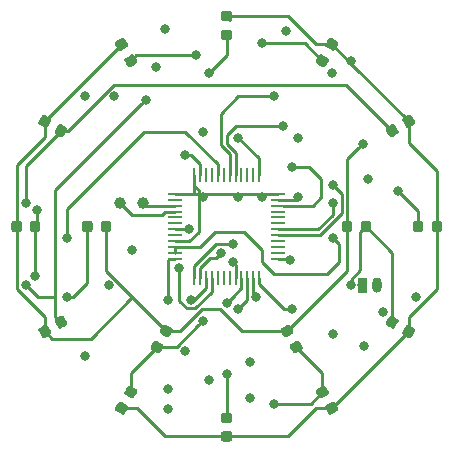
<source format=gbr>
G04 #@! TF.GenerationSoftware,KiCad,Pcbnew,5.1.4*
G04 #@! TF.CreationDate,2019-11-28T00:41:57+01:00*
G04 #@! TF.ProjectId,SICKWATCH1,5349434b-5741-4544-9348-312e6b696361,rev?*
G04 #@! TF.SameCoordinates,Original*
G04 #@! TF.FileFunction,Copper,L1,Top*
G04 #@! TF.FilePolarity,Positive*
%FSLAX46Y46*%
G04 Gerber Fmt 4.6, Leading zero omitted, Abs format (unit mm)*
G04 Created by KiCad (PCBNEW 5.1.4) date 2019-11-28 00:41:57*
%MOMM*%
%LPD*%
G04 APERTURE LIST*
%ADD10O,0.800000X1.300000*%
%ADD11C,0.100000*%
%ADD12C,0.800000*%
%ADD13C,1.000000*%
%ADD14C,0.875000*%
%ADD15R,1.300000X0.250000*%
%ADD16R,0.250000X1.300000*%
%ADD17C,0.250000*%
G04 APERTURE END LIST*
D10*
X112750000Y-105000000D03*
D11*
G36*
X111719603Y-104350963D02*
G01*
X111739018Y-104353843D01*
X111758057Y-104358612D01*
X111776537Y-104365224D01*
X111794279Y-104373616D01*
X111811114Y-104383706D01*
X111826879Y-104395398D01*
X111841421Y-104408579D01*
X111854602Y-104423121D01*
X111866294Y-104438886D01*
X111876384Y-104455721D01*
X111884776Y-104473463D01*
X111891388Y-104491943D01*
X111896157Y-104510982D01*
X111899037Y-104530397D01*
X111900000Y-104550000D01*
X111900000Y-105450000D01*
X111899037Y-105469603D01*
X111896157Y-105489018D01*
X111891388Y-105508057D01*
X111884776Y-105526537D01*
X111876384Y-105544279D01*
X111866294Y-105561114D01*
X111854602Y-105576879D01*
X111841421Y-105591421D01*
X111826879Y-105604602D01*
X111811114Y-105616294D01*
X111794279Y-105626384D01*
X111776537Y-105634776D01*
X111758057Y-105641388D01*
X111739018Y-105646157D01*
X111719603Y-105649037D01*
X111700000Y-105650000D01*
X111300000Y-105650000D01*
X111280397Y-105649037D01*
X111260982Y-105646157D01*
X111241943Y-105641388D01*
X111223463Y-105634776D01*
X111205721Y-105626384D01*
X111188886Y-105616294D01*
X111173121Y-105604602D01*
X111158579Y-105591421D01*
X111145398Y-105576879D01*
X111133706Y-105561114D01*
X111123616Y-105544279D01*
X111115224Y-105526537D01*
X111108612Y-105508057D01*
X111103843Y-105489018D01*
X111100963Y-105469603D01*
X111100000Y-105450000D01*
X111100000Y-104550000D01*
X111100963Y-104530397D01*
X111103843Y-104510982D01*
X111108612Y-104491943D01*
X111115224Y-104473463D01*
X111123616Y-104455721D01*
X111133706Y-104438886D01*
X111145398Y-104423121D01*
X111158579Y-104408579D01*
X111173121Y-104395398D01*
X111188886Y-104383706D01*
X111205721Y-104373616D01*
X111223463Y-104365224D01*
X111241943Y-104358612D01*
X111260982Y-104353843D01*
X111280397Y-104350963D01*
X111300000Y-104350000D01*
X111700000Y-104350000D01*
X111719603Y-104350963D01*
X111719603Y-104350963D01*
G37*
D12*
X111500000Y-105000000D03*
D13*
X91000000Y-98000000D03*
X92900000Y-98000000D03*
D11*
G36*
X100277691Y-117351053D02*
G01*
X100298926Y-117354203D01*
X100319750Y-117359419D01*
X100339962Y-117366651D01*
X100359368Y-117375830D01*
X100377781Y-117386866D01*
X100395024Y-117399654D01*
X100410930Y-117414070D01*
X100425346Y-117429976D01*
X100438134Y-117447219D01*
X100449170Y-117465632D01*
X100458349Y-117485038D01*
X100465581Y-117505250D01*
X100470797Y-117526074D01*
X100473947Y-117547309D01*
X100475000Y-117568750D01*
X100475000Y-118006250D01*
X100473947Y-118027691D01*
X100470797Y-118048926D01*
X100465581Y-118069750D01*
X100458349Y-118089962D01*
X100449170Y-118109368D01*
X100438134Y-118127781D01*
X100425346Y-118145024D01*
X100410930Y-118160930D01*
X100395024Y-118175346D01*
X100377781Y-118188134D01*
X100359368Y-118199170D01*
X100339962Y-118208349D01*
X100319750Y-118215581D01*
X100298926Y-118220797D01*
X100277691Y-118223947D01*
X100256250Y-118225000D01*
X99743750Y-118225000D01*
X99722309Y-118223947D01*
X99701074Y-118220797D01*
X99680250Y-118215581D01*
X99660038Y-118208349D01*
X99640632Y-118199170D01*
X99622219Y-118188134D01*
X99604976Y-118175346D01*
X99589070Y-118160930D01*
X99574654Y-118145024D01*
X99561866Y-118127781D01*
X99550830Y-118109368D01*
X99541651Y-118089962D01*
X99534419Y-118069750D01*
X99529203Y-118048926D01*
X99526053Y-118027691D01*
X99525000Y-118006250D01*
X99525000Y-117568750D01*
X99526053Y-117547309D01*
X99529203Y-117526074D01*
X99534419Y-117505250D01*
X99541651Y-117485038D01*
X99550830Y-117465632D01*
X99561866Y-117447219D01*
X99574654Y-117429976D01*
X99589070Y-117414070D01*
X99604976Y-117399654D01*
X99622219Y-117386866D01*
X99640632Y-117375830D01*
X99660038Y-117366651D01*
X99680250Y-117359419D01*
X99701074Y-117354203D01*
X99722309Y-117351053D01*
X99743750Y-117350000D01*
X100256250Y-117350000D01*
X100277691Y-117351053D01*
X100277691Y-117351053D01*
G37*
D14*
X100000000Y-117787500D03*
D11*
G36*
X100277691Y-115776053D02*
G01*
X100298926Y-115779203D01*
X100319750Y-115784419D01*
X100339962Y-115791651D01*
X100359368Y-115800830D01*
X100377781Y-115811866D01*
X100395024Y-115824654D01*
X100410930Y-115839070D01*
X100425346Y-115854976D01*
X100438134Y-115872219D01*
X100449170Y-115890632D01*
X100458349Y-115910038D01*
X100465581Y-115930250D01*
X100470797Y-115951074D01*
X100473947Y-115972309D01*
X100475000Y-115993750D01*
X100475000Y-116431250D01*
X100473947Y-116452691D01*
X100470797Y-116473926D01*
X100465581Y-116494750D01*
X100458349Y-116514962D01*
X100449170Y-116534368D01*
X100438134Y-116552781D01*
X100425346Y-116570024D01*
X100410930Y-116585930D01*
X100395024Y-116600346D01*
X100377781Y-116613134D01*
X100359368Y-116624170D01*
X100339962Y-116633349D01*
X100319750Y-116640581D01*
X100298926Y-116645797D01*
X100277691Y-116648947D01*
X100256250Y-116650000D01*
X99743750Y-116650000D01*
X99722309Y-116648947D01*
X99701074Y-116645797D01*
X99680250Y-116640581D01*
X99660038Y-116633349D01*
X99640632Y-116624170D01*
X99622219Y-116613134D01*
X99604976Y-116600346D01*
X99589070Y-116585930D01*
X99574654Y-116570024D01*
X99561866Y-116552781D01*
X99550830Y-116534368D01*
X99541651Y-116514962D01*
X99534419Y-116494750D01*
X99529203Y-116473926D01*
X99526053Y-116452691D01*
X99525000Y-116431250D01*
X99525000Y-115993750D01*
X99526053Y-115972309D01*
X99529203Y-115951074D01*
X99534419Y-115930250D01*
X99541651Y-115910038D01*
X99550830Y-115890632D01*
X99561866Y-115872219D01*
X99574654Y-115854976D01*
X99589070Y-115839070D01*
X99604976Y-115824654D01*
X99622219Y-115811866D01*
X99640632Y-115800830D01*
X99660038Y-115791651D01*
X99680250Y-115784419D01*
X99701074Y-115779203D01*
X99722309Y-115776053D01*
X99743750Y-115775000D01*
X100256250Y-115775000D01*
X100277691Y-115776053D01*
X100277691Y-115776053D01*
G37*
D14*
X100000000Y-116212500D03*
D11*
G36*
X108233101Y-113502155D02*
G01*
X108254427Y-113504609D01*
X108275411Y-113509141D01*
X108295849Y-113515708D01*
X108315545Y-113524246D01*
X108334309Y-113534674D01*
X108351961Y-113546891D01*
X108368330Y-113560779D01*
X108383259Y-113576205D01*
X108396604Y-113593020D01*
X108408237Y-113611062D01*
X108626987Y-113989948D01*
X108636795Y-114009043D01*
X108644685Y-114029008D01*
X108650580Y-114049650D01*
X108654423Y-114070770D01*
X108656177Y-114092166D01*
X108655826Y-114113630D01*
X108653372Y-114134956D01*
X108648840Y-114155940D01*
X108642273Y-114176378D01*
X108633735Y-114196074D01*
X108623307Y-114214838D01*
X108611090Y-114232490D01*
X108597202Y-114248859D01*
X108581776Y-114263788D01*
X108564961Y-114277133D01*
X108546919Y-114288766D01*
X108103081Y-114545016D01*
X108083986Y-114554824D01*
X108064021Y-114562714D01*
X108043379Y-114568609D01*
X108022259Y-114572452D01*
X108000863Y-114574206D01*
X107979399Y-114573855D01*
X107958073Y-114571401D01*
X107937089Y-114566869D01*
X107916651Y-114560302D01*
X107896955Y-114551764D01*
X107878191Y-114541336D01*
X107860539Y-114529119D01*
X107844170Y-114515231D01*
X107829241Y-114499805D01*
X107815896Y-114482990D01*
X107804263Y-114464948D01*
X107585513Y-114086062D01*
X107575705Y-114066967D01*
X107567815Y-114047002D01*
X107561920Y-114026360D01*
X107558077Y-114005240D01*
X107556323Y-113983844D01*
X107556674Y-113962380D01*
X107559128Y-113941054D01*
X107563660Y-113920070D01*
X107570227Y-113899632D01*
X107578765Y-113879936D01*
X107589193Y-113861172D01*
X107601410Y-113843520D01*
X107615298Y-113827151D01*
X107630724Y-113812222D01*
X107647539Y-113798877D01*
X107665581Y-113787244D01*
X108109419Y-113530994D01*
X108128514Y-113521186D01*
X108148479Y-113513296D01*
X108169121Y-113507401D01*
X108190241Y-113503558D01*
X108211637Y-113501804D01*
X108233101Y-113502155D01*
X108233101Y-113502155D01*
G37*
D14*
X108106250Y-114038005D03*
D11*
G36*
X109020601Y-114866145D02*
G01*
X109041927Y-114868599D01*
X109062911Y-114873131D01*
X109083349Y-114879698D01*
X109103045Y-114888236D01*
X109121809Y-114898664D01*
X109139461Y-114910881D01*
X109155830Y-114924769D01*
X109170759Y-114940195D01*
X109184104Y-114957010D01*
X109195737Y-114975052D01*
X109414487Y-115353938D01*
X109424295Y-115373033D01*
X109432185Y-115392998D01*
X109438080Y-115413640D01*
X109441923Y-115434760D01*
X109443677Y-115456156D01*
X109443326Y-115477620D01*
X109440872Y-115498946D01*
X109436340Y-115519930D01*
X109429773Y-115540368D01*
X109421235Y-115560064D01*
X109410807Y-115578828D01*
X109398590Y-115596480D01*
X109384702Y-115612849D01*
X109369276Y-115627778D01*
X109352461Y-115641123D01*
X109334419Y-115652756D01*
X108890581Y-115909006D01*
X108871486Y-115918814D01*
X108851521Y-115926704D01*
X108830879Y-115932599D01*
X108809759Y-115936442D01*
X108788363Y-115938196D01*
X108766899Y-115937845D01*
X108745573Y-115935391D01*
X108724589Y-115930859D01*
X108704151Y-115924292D01*
X108684455Y-115915754D01*
X108665691Y-115905326D01*
X108648039Y-115893109D01*
X108631670Y-115879221D01*
X108616741Y-115863795D01*
X108603396Y-115846980D01*
X108591763Y-115828938D01*
X108373013Y-115450052D01*
X108363205Y-115430957D01*
X108355315Y-115410992D01*
X108349420Y-115390350D01*
X108345577Y-115369230D01*
X108343823Y-115347834D01*
X108344174Y-115326370D01*
X108346628Y-115305044D01*
X108351160Y-115284060D01*
X108357727Y-115263622D01*
X108366265Y-115243926D01*
X108376693Y-115225162D01*
X108388910Y-115207510D01*
X108402798Y-115191141D01*
X108418224Y-115176212D01*
X108435039Y-115162867D01*
X108453081Y-115151234D01*
X108896919Y-114894984D01*
X108916014Y-114885176D01*
X108935979Y-114877286D01*
X108956621Y-114871391D01*
X108977741Y-114867548D01*
X108999137Y-114865794D01*
X109020601Y-114866145D01*
X109020601Y-114866145D01*
G37*
D14*
X108893750Y-115401995D03*
D11*
G36*
X115369230Y-108345577D02*
G01*
X115390350Y-108349420D01*
X115410992Y-108355315D01*
X115430957Y-108363205D01*
X115450052Y-108373013D01*
X115828938Y-108591763D01*
X115846980Y-108603396D01*
X115863795Y-108616741D01*
X115879221Y-108631670D01*
X115893109Y-108648039D01*
X115905326Y-108665691D01*
X115915754Y-108684455D01*
X115924292Y-108704151D01*
X115930859Y-108724589D01*
X115935391Y-108745573D01*
X115937845Y-108766899D01*
X115938196Y-108788363D01*
X115936442Y-108809759D01*
X115932599Y-108830879D01*
X115926704Y-108851521D01*
X115918814Y-108871486D01*
X115909006Y-108890581D01*
X115652756Y-109334419D01*
X115641123Y-109352461D01*
X115627778Y-109369276D01*
X115612849Y-109384702D01*
X115596480Y-109398590D01*
X115578828Y-109410807D01*
X115560064Y-109421235D01*
X115540368Y-109429773D01*
X115519930Y-109436340D01*
X115498946Y-109440872D01*
X115477620Y-109443326D01*
X115456156Y-109443677D01*
X115434760Y-109441923D01*
X115413640Y-109438080D01*
X115392998Y-109432185D01*
X115373033Y-109424295D01*
X115353938Y-109414487D01*
X114975052Y-109195737D01*
X114957010Y-109184104D01*
X114940195Y-109170759D01*
X114924769Y-109155830D01*
X114910881Y-109139461D01*
X114898664Y-109121809D01*
X114888236Y-109103045D01*
X114879698Y-109083349D01*
X114873131Y-109062911D01*
X114868599Y-109041927D01*
X114866145Y-109020601D01*
X114865794Y-108999137D01*
X114867548Y-108977741D01*
X114871391Y-108956621D01*
X114877286Y-108935979D01*
X114885176Y-108916014D01*
X114894984Y-108896919D01*
X115151234Y-108453081D01*
X115162867Y-108435039D01*
X115176212Y-108418224D01*
X115191141Y-108402798D01*
X115207510Y-108388910D01*
X115225162Y-108376693D01*
X115243926Y-108366265D01*
X115263622Y-108357727D01*
X115284060Y-108351160D01*
X115305044Y-108346628D01*
X115326370Y-108344174D01*
X115347834Y-108343823D01*
X115369230Y-108345577D01*
X115369230Y-108345577D01*
G37*
D14*
X115401995Y-108893750D03*
D11*
G36*
X114005240Y-107558077D02*
G01*
X114026360Y-107561920D01*
X114047002Y-107567815D01*
X114066967Y-107575705D01*
X114086062Y-107585513D01*
X114464948Y-107804263D01*
X114482990Y-107815896D01*
X114499805Y-107829241D01*
X114515231Y-107844170D01*
X114529119Y-107860539D01*
X114541336Y-107878191D01*
X114551764Y-107896955D01*
X114560302Y-107916651D01*
X114566869Y-107937089D01*
X114571401Y-107958073D01*
X114573855Y-107979399D01*
X114574206Y-108000863D01*
X114572452Y-108022259D01*
X114568609Y-108043379D01*
X114562714Y-108064021D01*
X114554824Y-108083986D01*
X114545016Y-108103081D01*
X114288766Y-108546919D01*
X114277133Y-108564961D01*
X114263788Y-108581776D01*
X114248859Y-108597202D01*
X114232490Y-108611090D01*
X114214838Y-108623307D01*
X114196074Y-108633735D01*
X114176378Y-108642273D01*
X114155940Y-108648840D01*
X114134956Y-108653372D01*
X114113630Y-108655826D01*
X114092166Y-108656177D01*
X114070770Y-108654423D01*
X114049650Y-108650580D01*
X114029008Y-108644685D01*
X114009043Y-108636795D01*
X113989948Y-108626987D01*
X113611062Y-108408237D01*
X113593020Y-108396604D01*
X113576205Y-108383259D01*
X113560779Y-108368330D01*
X113546891Y-108351961D01*
X113534674Y-108334309D01*
X113524246Y-108315545D01*
X113515708Y-108295849D01*
X113509141Y-108275411D01*
X113504609Y-108254427D01*
X113502155Y-108233101D01*
X113501804Y-108211637D01*
X113503558Y-108190241D01*
X113507401Y-108169121D01*
X113513296Y-108148479D01*
X113521186Y-108128514D01*
X113530994Y-108109419D01*
X113787244Y-107665581D01*
X113798877Y-107647539D01*
X113812222Y-107630724D01*
X113827151Y-107615298D01*
X113843520Y-107601410D01*
X113861172Y-107589193D01*
X113879936Y-107578765D01*
X113899632Y-107570227D01*
X113920070Y-107563660D01*
X113941054Y-107559128D01*
X113962380Y-107556674D01*
X113983844Y-107556323D01*
X114005240Y-107558077D01*
X114005240Y-107558077D01*
G37*
D14*
X114038005Y-108106250D03*
D11*
G36*
X116452691Y-99526053D02*
G01*
X116473926Y-99529203D01*
X116494750Y-99534419D01*
X116514962Y-99541651D01*
X116534368Y-99550830D01*
X116552781Y-99561866D01*
X116570024Y-99574654D01*
X116585930Y-99589070D01*
X116600346Y-99604976D01*
X116613134Y-99622219D01*
X116624170Y-99640632D01*
X116633349Y-99660038D01*
X116640581Y-99680250D01*
X116645797Y-99701074D01*
X116648947Y-99722309D01*
X116650000Y-99743750D01*
X116650000Y-100256250D01*
X116648947Y-100277691D01*
X116645797Y-100298926D01*
X116640581Y-100319750D01*
X116633349Y-100339962D01*
X116624170Y-100359368D01*
X116613134Y-100377781D01*
X116600346Y-100395024D01*
X116585930Y-100410930D01*
X116570024Y-100425346D01*
X116552781Y-100438134D01*
X116534368Y-100449170D01*
X116514962Y-100458349D01*
X116494750Y-100465581D01*
X116473926Y-100470797D01*
X116452691Y-100473947D01*
X116431250Y-100475000D01*
X115993750Y-100475000D01*
X115972309Y-100473947D01*
X115951074Y-100470797D01*
X115930250Y-100465581D01*
X115910038Y-100458349D01*
X115890632Y-100449170D01*
X115872219Y-100438134D01*
X115854976Y-100425346D01*
X115839070Y-100410930D01*
X115824654Y-100395024D01*
X115811866Y-100377781D01*
X115800830Y-100359368D01*
X115791651Y-100339962D01*
X115784419Y-100319750D01*
X115779203Y-100298926D01*
X115776053Y-100277691D01*
X115775000Y-100256250D01*
X115775000Y-99743750D01*
X115776053Y-99722309D01*
X115779203Y-99701074D01*
X115784419Y-99680250D01*
X115791651Y-99660038D01*
X115800830Y-99640632D01*
X115811866Y-99622219D01*
X115824654Y-99604976D01*
X115839070Y-99589070D01*
X115854976Y-99574654D01*
X115872219Y-99561866D01*
X115890632Y-99550830D01*
X115910038Y-99541651D01*
X115930250Y-99534419D01*
X115951074Y-99529203D01*
X115972309Y-99526053D01*
X115993750Y-99525000D01*
X116431250Y-99525000D01*
X116452691Y-99526053D01*
X116452691Y-99526053D01*
G37*
D14*
X116212500Y-100000000D03*
D11*
G36*
X118027691Y-99526053D02*
G01*
X118048926Y-99529203D01*
X118069750Y-99534419D01*
X118089962Y-99541651D01*
X118109368Y-99550830D01*
X118127781Y-99561866D01*
X118145024Y-99574654D01*
X118160930Y-99589070D01*
X118175346Y-99604976D01*
X118188134Y-99622219D01*
X118199170Y-99640632D01*
X118208349Y-99660038D01*
X118215581Y-99680250D01*
X118220797Y-99701074D01*
X118223947Y-99722309D01*
X118225000Y-99743750D01*
X118225000Y-100256250D01*
X118223947Y-100277691D01*
X118220797Y-100298926D01*
X118215581Y-100319750D01*
X118208349Y-100339962D01*
X118199170Y-100359368D01*
X118188134Y-100377781D01*
X118175346Y-100395024D01*
X118160930Y-100410930D01*
X118145024Y-100425346D01*
X118127781Y-100438134D01*
X118109368Y-100449170D01*
X118089962Y-100458349D01*
X118069750Y-100465581D01*
X118048926Y-100470797D01*
X118027691Y-100473947D01*
X118006250Y-100475000D01*
X117568750Y-100475000D01*
X117547309Y-100473947D01*
X117526074Y-100470797D01*
X117505250Y-100465581D01*
X117485038Y-100458349D01*
X117465632Y-100449170D01*
X117447219Y-100438134D01*
X117429976Y-100425346D01*
X117414070Y-100410930D01*
X117399654Y-100395024D01*
X117386866Y-100377781D01*
X117375830Y-100359368D01*
X117366651Y-100339962D01*
X117359419Y-100319750D01*
X117354203Y-100298926D01*
X117351053Y-100277691D01*
X117350000Y-100256250D01*
X117350000Y-99743750D01*
X117351053Y-99722309D01*
X117354203Y-99701074D01*
X117359419Y-99680250D01*
X117366651Y-99660038D01*
X117375830Y-99640632D01*
X117386866Y-99622219D01*
X117399654Y-99604976D01*
X117414070Y-99589070D01*
X117429976Y-99574654D01*
X117447219Y-99561866D01*
X117465632Y-99550830D01*
X117485038Y-99541651D01*
X117505250Y-99534419D01*
X117526074Y-99529203D01*
X117547309Y-99526053D01*
X117568750Y-99525000D01*
X118006250Y-99525000D01*
X118027691Y-99526053D01*
X118027691Y-99526053D01*
G37*
D14*
X117787500Y-100000000D03*
D11*
G36*
X115477620Y-90556674D02*
G01*
X115498946Y-90559128D01*
X115519930Y-90563660D01*
X115540368Y-90570227D01*
X115560064Y-90578765D01*
X115578828Y-90589193D01*
X115596480Y-90601410D01*
X115612849Y-90615298D01*
X115627778Y-90630724D01*
X115641123Y-90647539D01*
X115652756Y-90665581D01*
X115909006Y-91109419D01*
X115918814Y-91128514D01*
X115926704Y-91148479D01*
X115932599Y-91169121D01*
X115936442Y-91190241D01*
X115938196Y-91211637D01*
X115937845Y-91233101D01*
X115935391Y-91254427D01*
X115930859Y-91275411D01*
X115924292Y-91295849D01*
X115915754Y-91315545D01*
X115905326Y-91334309D01*
X115893109Y-91351961D01*
X115879221Y-91368330D01*
X115863795Y-91383259D01*
X115846980Y-91396604D01*
X115828938Y-91408237D01*
X115450052Y-91626987D01*
X115430957Y-91636795D01*
X115410992Y-91644685D01*
X115390350Y-91650580D01*
X115369230Y-91654423D01*
X115347834Y-91656177D01*
X115326370Y-91655826D01*
X115305044Y-91653372D01*
X115284060Y-91648840D01*
X115263622Y-91642273D01*
X115243926Y-91633735D01*
X115225162Y-91623307D01*
X115207510Y-91611090D01*
X115191141Y-91597202D01*
X115176212Y-91581776D01*
X115162867Y-91564961D01*
X115151234Y-91546919D01*
X114894984Y-91103081D01*
X114885176Y-91083986D01*
X114877286Y-91064021D01*
X114871391Y-91043379D01*
X114867548Y-91022259D01*
X114865794Y-91000863D01*
X114866145Y-90979399D01*
X114868599Y-90958073D01*
X114873131Y-90937089D01*
X114879698Y-90916651D01*
X114888236Y-90896955D01*
X114898664Y-90878191D01*
X114910881Y-90860539D01*
X114924769Y-90844170D01*
X114940195Y-90829241D01*
X114957010Y-90815896D01*
X114975052Y-90804263D01*
X115353938Y-90585513D01*
X115373033Y-90575705D01*
X115392998Y-90567815D01*
X115413640Y-90561920D01*
X115434760Y-90558077D01*
X115456156Y-90556323D01*
X115477620Y-90556674D01*
X115477620Y-90556674D01*
G37*
D14*
X115401995Y-91106250D03*
D11*
G36*
X114113630Y-91344174D02*
G01*
X114134956Y-91346628D01*
X114155940Y-91351160D01*
X114176378Y-91357727D01*
X114196074Y-91366265D01*
X114214838Y-91376693D01*
X114232490Y-91388910D01*
X114248859Y-91402798D01*
X114263788Y-91418224D01*
X114277133Y-91435039D01*
X114288766Y-91453081D01*
X114545016Y-91896919D01*
X114554824Y-91916014D01*
X114562714Y-91935979D01*
X114568609Y-91956621D01*
X114572452Y-91977741D01*
X114574206Y-91999137D01*
X114573855Y-92020601D01*
X114571401Y-92041927D01*
X114566869Y-92062911D01*
X114560302Y-92083349D01*
X114551764Y-92103045D01*
X114541336Y-92121809D01*
X114529119Y-92139461D01*
X114515231Y-92155830D01*
X114499805Y-92170759D01*
X114482990Y-92184104D01*
X114464948Y-92195737D01*
X114086062Y-92414487D01*
X114066967Y-92424295D01*
X114047002Y-92432185D01*
X114026360Y-92438080D01*
X114005240Y-92441923D01*
X113983844Y-92443677D01*
X113962380Y-92443326D01*
X113941054Y-92440872D01*
X113920070Y-92436340D01*
X113899632Y-92429773D01*
X113879936Y-92421235D01*
X113861172Y-92410807D01*
X113843520Y-92398590D01*
X113827151Y-92384702D01*
X113812222Y-92369276D01*
X113798877Y-92352461D01*
X113787244Y-92334419D01*
X113530994Y-91890581D01*
X113521186Y-91871486D01*
X113513296Y-91851521D01*
X113507401Y-91830879D01*
X113503558Y-91809759D01*
X113501804Y-91788363D01*
X113502155Y-91766899D01*
X113504609Y-91745573D01*
X113509141Y-91724589D01*
X113515708Y-91704151D01*
X113524246Y-91684455D01*
X113534674Y-91665691D01*
X113546891Y-91648039D01*
X113560779Y-91631670D01*
X113576205Y-91616741D01*
X113593020Y-91603396D01*
X113611062Y-91591763D01*
X113989948Y-91373013D01*
X114009043Y-91363205D01*
X114029008Y-91355315D01*
X114049650Y-91349420D01*
X114070770Y-91345577D01*
X114092166Y-91343823D01*
X114113630Y-91344174D01*
X114113630Y-91344174D01*
G37*
D14*
X114038005Y-91893750D03*
D11*
G36*
X108022259Y-85427548D02*
G01*
X108043379Y-85431391D01*
X108064021Y-85437286D01*
X108083986Y-85445176D01*
X108103081Y-85454984D01*
X108546919Y-85711234D01*
X108564961Y-85722867D01*
X108581776Y-85736212D01*
X108597202Y-85751141D01*
X108611090Y-85767510D01*
X108623307Y-85785162D01*
X108633735Y-85803926D01*
X108642273Y-85823622D01*
X108648840Y-85844060D01*
X108653372Y-85865044D01*
X108655826Y-85886370D01*
X108656177Y-85907834D01*
X108654423Y-85929230D01*
X108650580Y-85950350D01*
X108644685Y-85970992D01*
X108636795Y-85990957D01*
X108626987Y-86010052D01*
X108408237Y-86388938D01*
X108396604Y-86406980D01*
X108383259Y-86423795D01*
X108368330Y-86439221D01*
X108351961Y-86453109D01*
X108334309Y-86465326D01*
X108315545Y-86475754D01*
X108295849Y-86484292D01*
X108275411Y-86490859D01*
X108254427Y-86495391D01*
X108233101Y-86497845D01*
X108211637Y-86498196D01*
X108190241Y-86496442D01*
X108169121Y-86492599D01*
X108148479Y-86486704D01*
X108128514Y-86478814D01*
X108109419Y-86469006D01*
X107665581Y-86212756D01*
X107647539Y-86201123D01*
X107630724Y-86187778D01*
X107615298Y-86172849D01*
X107601410Y-86156480D01*
X107589193Y-86138828D01*
X107578765Y-86120064D01*
X107570227Y-86100368D01*
X107563660Y-86079930D01*
X107559128Y-86058946D01*
X107556674Y-86037620D01*
X107556323Y-86016156D01*
X107558077Y-85994760D01*
X107561920Y-85973640D01*
X107567815Y-85952998D01*
X107575705Y-85933033D01*
X107585513Y-85913938D01*
X107804263Y-85535052D01*
X107815896Y-85517010D01*
X107829241Y-85500195D01*
X107844170Y-85484769D01*
X107860539Y-85470881D01*
X107878191Y-85458664D01*
X107896955Y-85448236D01*
X107916651Y-85439698D01*
X107937089Y-85433131D01*
X107958073Y-85428599D01*
X107979399Y-85426145D01*
X108000863Y-85425794D01*
X108022259Y-85427548D01*
X108022259Y-85427548D01*
G37*
D14*
X108106250Y-85961995D03*
D11*
G36*
X108809759Y-84063558D02*
G01*
X108830879Y-84067401D01*
X108851521Y-84073296D01*
X108871486Y-84081186D01*
X108890581Y-84090994D01*
X109334419Y-84347244D01*
X109352461Y-84358877D01*
X109369276Y-84372222D01*
X109384702Y-84387151D01*
X109398590Y-84403520D01*
X109410807Y-84421172D01*
X109421235Y-84439936D01*
X109429773Y-84459632D01*
X109436340Y-84480070D01*
X109440872Y-84501054D01*
X109443326Y-84522380D01*
X109443677Y-84543844D01*
X109441923Y-84565240D01*
X109438080Y-84586360D01*
X109432185Y-84607002D01*
X109424295Y-84626967D01*
X109414487Y-84646062D01*
X109195737Y-85024948D01*
X109184104Y-85042990D01*
X109170759Y-85059805D01*
X109155830Y-85075231D01*
X109139461Y-85089119D01*
X109121809Y-85101336D01*
X109103045Y-85111764D01*
X109083349Y-85120302D01*
X109062911Y-85126869D01*
X109041927Y-85131401D01*
X109020601Y-85133855D01*
X108999137Y-85134206D01*
X108977741Y-85132452D01*
X108956621Y-85128609D01*
X108935979Y-85122714D01*
X108916014Y-85114824D01*
X108896919Y-85105016D01*
X108453081Y-84848766D01*
X108435039Y-84837133D01*
X108418224Y-84823788D01*
X108402798Y-84808859D01*
X108388910Y-84792490D01*
X108376693Y-84774838D01*
X108366265Y-84756074D01*
X108357727Y-84736378D01*
X108351160Y-84715940D01*
X108346628Y-84694956D01*
X108344174Y-84673630D01*
X108343823Y-84652166D01*
X108345577Y-84630770D01*
X108349420Y-84609650D01*
X108355315Y-84589008D01*
X108363205Y-84569043D01*
X108373013Y-84549948D01*
X108591763Y-84171062D01*
X108603396Y-84153020D01*
X108616741Y-84136205D01*
X108631670Y-84120779D01*
X108648039Y-84106891D01*
X108665691Y-84094674D01*
X108684455Y-84084246D01*
X108704151Y-84075708D01*
X108724589Y-84069141D01*
X108745573Y-84064609D01*
X108766899Y-84062155D01*
X108788363Y-84061804D01*
X108809759Y-84063558D01*
X108809759Y-84063558D01*
G37*
D14*
X108893750Y-84598005D03*
D11*
G36*
X100277691Y-81776053D02*
G01*
X100298926Y-81779203D01*
X100319750Y-81784419D01*
X100339962Y-81791651D01*
X100359368Y-81800830D01*
X100377781Y-81811866D01*
X100395024Y-81824654D01*
X100410930Y-81839070D01*
X100425346Y-81854976D01*
X100438134Y-81872219D01*
X100449170Y-81890632D01*
X100458349Y-81910038D01*
X100465581Y-81930250D01*
X100470797Y-81951074D01*
X100473947Y-81972309D01*
X100475000Y-81993750D01*
X100475000Y-82431250D01*
X100473947Y-82452691D01*
X100470797Y-82473926D01*
X100465581Y-82494750D01*
X100458349Y-82514962D01*
X100449170Y-82534368D01*
X100438134Y-82552781D01*
X100425346Y-82570024D01*
X100410930Y-82585930D01*
X100395024Y-82600346D01*
X100377781Y-82613134D01*
X100359368Y-82624170D01*
X100339962Y-82633349D01*
X100319750Y-82640581D01*
X100298926Y-82645797D01*
X100277691Y-82648947D01*
X100256250Y-82650000D01*
X99743750Y-82650000D01*
X99722309Y-82648947D01*
X99701074Y-82645797D01*
X99680250Y-82640581D01*
X99660038Y-82633349D01*
X99640632Y-82624170D01*
X99622219Y-82613134D01*
X99604976Y-82600346D01*
X99589070Y-82585930D01*
X99574654Y-82570024D01*
X99561866Y-82552781D01*
X99550830Y-82534368D01*
X99541651Y-82514962D01*
X99534419Y-82494750D01*
X99529203Y-82473926D01*
X99526053Y-82452691D01*
X99525000Y-82431250D01*
X99525000Y-81993750D01*
X99526053Y-81972309D01*
X99529203Y-81951074D01*
X99534419Y-81930250D01*
X99541651Y-81910038D01*
X99550830Y-81890632D01*
X99561866Y-81872219D01*
X99574654Y-81854976D01*
X99589070Y-81839070D01*
X99604976Y-81824654D01*
X99622219Y-81811866D01*
X99640632Y-81800830D01*
X99660038Y-81791651D01*
X99680250Y-81784419D01*
X99701074Y-81779203D01*
X99722309Y-81776053D01*
X99743750Y-81775000D01*
X100256250Y-81775000D01*
X100277691Y-81776053D01*
X100277691Y-81776053D01*
G37*
D14*
X100000000Y-82212500D03*
D11*
G36*
X100277691Y-83351053D02*
G01*
X100298926Y-83354203D01*
X100319750Y-83359419D01*
X100339962Y-83366651D01*
X100359368Y-83375830D01*
X100377781Y-83386866D01*
X100395024Y-83399654D01*
X100410930Y-83414070D01*
X100425346Y-83429976D01*
X100438134Y-83447219D01*
X100449170Y-83465632D01*
X100458349Y-83485038D01*
X100465581Y-83505250D01*
X100470797Y-83526074D01*
X100473947Y-83547309D01*
X100475000Y-83568750D01*
X100475000Y-84006250D01*
X100473947Y-84027691D01*
X100470797Y-84048926D01*
X100465581Y-84069750D01*
X100458349Y-84089962D01*
X100449170Y-84109368D01*
X100438134Y-84127781D01*
X100425346Y-84145024D01*
X100410930Y-84160930D01*
X100395024Y-84175346D01*
X100377781Y-84188134D01*
X100359368Y-84199170D01*
X100339962Y-84208349D01*
X100319750Y-84215581D01*
X100298926Y-84220797D01*
X100277691Y-84223947D01*
X100256250Y-84225000D01*
X99743750Y-84225000D01*
X99722309Y-84223947D01*
X99701074Y-84220797D01*
X99680250Y-84215581D01*
X99660038Y-84208349D01*
X99640632Y-84199170D01*
X99622219Y-84188134D01*
X99604976Y-84175346D01*
X99589070Y-84160930D01*
X99574654Y-84145024D01*
X99561866Y-84127781D01*
X99550830Y-84109368D01*
X99541651Y-84089962D01*
X99534419Y-84069750D01*
X99529203Y-84048926D01*
X99526053Y-84027691D01*
X99525000Y-84006250D01*
X99525000Y-83568750D01*
X99526053Y-83547309D01*
X99529203Y-83526074D01*
X99534419Y-83505250D01*
X99541651Y-83485038D01*
X99550830Y-83465632D01*
X99561866Y-83447219D01*
X99574654Y-83429976D01*
X99589070Y-83414070D01*
X99604976Y-83399654D01*
X99622219Y-83386866D01*
X99640632Y-83375830D01*
X99660038Y-83366651D01*
X99680250Y-83359419D01*
X99701074Y-83354203D01*
X99722309Y-83351053D01*
X99743750Y-83350000D01*
X100256250Y-83350000D01*
X100277691Y-83351053D01*
X100277691Y-83351053D01*
G37*
D14*
X100000000Y-83787500D03*
D11*
G36*
X86037620Y-107556674D02*
G01*
X86058946Y-107559128D01*
X86079930Y-107563660D01*
X86100368Y-107570227D01*
X86120064Y-107578765D01*
X86138828Y-107589193D01*
X86156480Y-107601410D01*
X86172849Y-107615298D01*
X86187778Y-107630724D01*
X86201123Y-107647539D01*
X86212756Y-107665581D01*
X86469006Y-108109419D01*
X86478814Y-108128514D01*
X86486704Y-108148479D01*
X86492599Y-108169121D01*
X86496442Y-108190241D01*
X86498196Y-108211637D01*
X86497845Y-108233101D01*
X86495391Y-108254427D01*
X86490859Y-108275411D01*
X86484292Y-108295849D01*
X86475754Y-108315545D01*
X86465326Y-108334309D01*
X86453109Y-108351961D01*
X86439221Y-108368330D01*
X86423795Y-108383259D01*
X86406980Y-108396604D01*
X86388938Y-108408237D01*
X86010052Y-108626987D01*
X85990957Y-108636795D01*
X85970992Y-108644685D01*
X85950350Y-108650580D01*
X85929230Y-108654423D01*
X85907834Y-108656177D01*
X85886370Y-108655826D01*
X85865044Y-108653372D01*
X85844060Y-108648840D01*
X85823622Y-108642273D01*
X85803926Y-108633735D01*
X85785162Y-108623307D01*
X85767510Y-108611090D01*
X85751141Y-108597202D01*
X85736212Y-108581776D01*
X85722867Y-108564961D01*
X85711234Y-108546919D01*
X85454984Y-108103081D01*
X85445176Y-108083986D01*
X85437286Y-108064021D01*
X85431391Y-108043379D01*
X85427548Y-108022259D01*
X85425794Y-108000863D01*
X85426145Y-107979399D01*
X85428599Y-107958073D01*
X85433131Y-107937089D01*
X85439698Y-107916651D01*
X85448236Y-107896955D01*
X85458664Y-107878191D01*
X85470881Y-107860539D01*
X85484769Y-107844170D01*
X85500195Y-107829241D01*
X85517010Y-107815896D01*
X85535052Y-107804263D01*
X85913938Y-107585513D01*
X85933033Y-107575705D01*
X85952998Y-107567815D01*
X85973640Y-107561920D01*
X85994760Y-107558077D01*
X86016156Y-107556323D01*
X86037620Y-107556674D01*
X86037620Y-107556674D01*
G37*
D14*
X85961995Y-108106250D03*
D11*
G36*
X84673630Y-108344174D02*
G01*
X84694956Y-108346628D01*
X84715940Y-108351160D01*
X84736378Y-108357727D01*
X84756074Y-108366265D01*
X84774838Y-108376693D01*
X84792490Y-108388910D01*
X84808859Y-108402798D01*
X84823788Y-108418224D01*
X84837133Y-108435039D01*
X84848766Y-108453081D01*
X85105016Y-108896919D01*
X85114824Y-108916014D01*
X85122714Y-108935979D01*
X85128609Y-108956621D01*
X85132452Y-108977741D01*
X85134206Y-108999137D01*
X85133855Y-109020601D01*
X85131401Y-109041927D01*
X85126869Y-109062911D01*
X85120302Y-109083349D01*
X85111764Y-109103045D01*
X85101336Y-109121809D01*
X85089119Y-109139461D01*
X85075231Y-109155830D01*
X85059805Y-109170759D01*
X85042990Y-109184104D01*
X85024948Y-109195737D01*
X84646062Y-109414487D01*
X84626967Y-109424295D01*
X84607002Y-109432185D01*
X84586360Y-109438080D01*
X84565240Y-109441923D01*
X84543844Y-109443677D01*
X84522380Y-109443326D01*
X84501054Y-109440872D01*
X84480070Y-109436340D01*
X84459632Y-109429773D01*
X84439936Y-109421235D01*
X84421172Y-109410807D01*
X84403520Y-109398590D01*
X84387151Y-109384702D01*
X84372222Y-109369276D01*
X84358877Y-109352461D01*
X84347244Y-109334419D01*
X84090994Y-108890581D01*
X84081186Y-108871486D01*
X84073296Y-108851521D01*
X84067401Y-108830879D01*
X84063558Y-108809759D01*
X84061804Y-108788363D01*
X84062155Y-108766899D01*
X84064609Y-108745573D01*
X84069141Y-108724589D01*
X84075708Y-108704151D01*
X84084246Y-108684455D01*
X84094674Y-108665691D01*
X84106891Y-108648039D01*
X84120779Y-108631670D01*
X84136205Y-108616741D01*
X84153020Y-108603396D01*
X84171062Y-108591763D01*
X84549948Y-108373013D01*
X84569043Y-108363205D01*
X84589008Y-108355315D01*
X84609650Y-108349420D01*
X84630770Y-108345577D01*
X84652166Y-108343823D01*
X84673630Y-108344174D01*
X84673630Y-108344174D01*
G37*
D14*
X84598005Y-108893750D03*
D11*
G36*
X94022259Y-109677548D02*
G01*
X94043379Y-109681391D01*
X94064021Y-109687286D01*
X94083986Y-109695176D01*
X94103081Y-109704984D01*
X94546919Y-109961234D01*
X94564961Y-109972867D01*
X94581776Y-109986212D01*
X94597202Y-110001141D01*
X94611090Y-110017510D01*
X94623307Y-110035162D01*
X94633735Y-110053926D01*
X94642273Y-110073622D01*
X94648840Y-110094060D01*
X94653372Y-110115044D01*
X94655826Y-110136370D01*
X94656177Y-110157834D01*
X94654423Y-110179230D01*
X94650580Y-110200350D01*
X94644685Y-110220992D01*
X94636795Y-110240957D01*
X94626987Y-110260052D01*
X94408237Y-110638938D01*
X94396604Y-110656980D01*
X94383259Y-110673795D01*
X94368330Y-110689221D01*
X94351961Y-110703109D01*
X94334309Y-110715326D01*
X94315545Y-110725754D01*
X94295849Y-110734292D01*
X94275411Y-110740859D01*
X94254427Y-110745391D01*
X94233101Y-110747845D01*
X94211637Y-110748196D01*
X94190241Y-110746442D01*
X94169121Y-110742599D01*
X94148479Y-110736704D01*
X94128514Y-110728814D01*
X94109419Y-110719006D01*
X93665581Y-110462756D01*
X93647539Y-110451123D01*
X93630724Y-110437778D01*
X93615298Y-110422849D01*
X93601410Y-110406480D01*
X93589193Y-110388828D01*
X93578765Y-110370064D01*
X93570227Y-110350368D01*
X93563660Y-110329930D01*
X93559128Y-110308946D01*
X93556674Y-110287620D01*
X93556323Y-110266156D01*
X93558077Y-110244760D01*
X93561920Y-110223640D01*
X93567815Y-110202998D01*
X93575705Y-110183033D01*
X93585513Y-110163938D01*
X93804263Y-109785052D01*
X93815896Y-109767010D01*
X93829241Y-109750195D01*
X93844170Y-109734769D01*
X93860539Y-109720881D01*
X93878191Y-109708664D01*
X93896955Y-109698236D01*
X93916651Y-109689698D01*
X93937089Y-109683131D01*
X93958073Y-109678599D01*
X93979399Y-109676145D01*
X94000863Y-109675794D01*
X94022259Y-109677548D01*
X94022259Y-109677548D01*
G37*
D14*
X94106250Y-110211995D03*
D11*
G36*
X94809759Y-108313558D02*
G01*
X94830879Y-108317401D01*
X94851521Y-108323296D01*
X94871486Y-108331186D01*
X94890581Y-108340994D01*
X95334419Y-108597244D01*
X95352461Y-108608877D01*
X95369276Y-108622222D01*
X95384702Y-108637151D01*
X95398590Y-108653520D01*
X95410807Y-108671172D01*
X95421235Y-108689936D01*
X95429773Y-108709632D01*
X95436340Y-108730070D01*
X95440872Y-108751054D01*
X95443326Y-108772380D01*
X95443677Y-108793844D01*
X95441923Y-108815240D01*
X95438080Y-108836360D01*
X95432185Y-108857002D01*
X95424295Y-108876967D01*
X95414487Y-108896062D01*
X95195737Y-109274948D01*
X95184104Y-109292990D01*
X95170759Y-109309805D01*
X95155830Y-109325231D01*
X95139461Y-109339119D01*
X95121809Y-109351336D01*
X95103045Y-109361764D01*
X95083349Y-109370302D01*
X95062911Y-109376869D01*
X95041927Y-109381401D01*
X95020601Y-109383855D01*
X94999137Y-109384206D01*
X94977741Y-109382452D01*
X94956621Y-109378609D01*
X94935979Y-109372714D01*
X94916014Y-109364824D01*
X94896919Y-109355016D01*
X94453081Y-109098766D01*
X94435039Y-109087133D01*
X94418224Y-109073788D01*
X94402798Y-109058859D01*
X94388910Y-109042490D01*
X94376693Y-109024838D01*
X94366265Y-109006074D01*
X94357727Y-108986378D01*
X94351160Y-108965940D01*
X94346628Y-108944956D01*
X94344174Y-108923630D01*
X94343823Y-108902166D01*
X94345577Y-108880770D01*
X94349420Y-108859650D01*
X94355315Y-108839008D01*
X94363205Y-108819043D01*
X94373013Y-108799948D01*
X94591763Y-108421062D01*
X94603396Y-108403020D01*
X94616741Y-108386205D01*
X94631670Y-108370779D01*
X94648039Y-108356891D01*
X94665691Y-108344674D01*
X94684455Y-108334246D01*
X94704151Y-108325708D01*
X94724589Y-108319141D01*
X94745573Y-108314609D01*
X94766899Y-108312155D01*
X94788363Y-108311804D01*
X94809759Y-108313558D01*
X94809759Y-108313558D01*
G37*
D14*
X94893750Y-108848005D03*
D11*
G36*
X90027691Y-99526053D02*
G01*
X90048926Y-99529203D01*
X90069750Y-99534419D01*
X90089962Y-99541651D01*
X90109368Y-99550830D01*
X90127781Y-99561866D01*
X90145024Y-99574654D01*
X90160930Y-99589070D01*
X90175346Y-99604976D01*
X90188134Y-99622219D01*
X90199170Y-99640632D01*
X90208349Y-99660038D01*
X90215581Y-99680250D01*
X90220797Y-99701074D01*
X90223947Y-99722309D01*
X90225000Y-99743750D01*
X90225000Y-100256250D01*
X90223947Y-100277691D01*
X90220797Y-100298926D01*
X90215581Y-100319750D01*
X90208349Y-100339962D01*
X90199170Y-100359368D01*
X90188134Y-100377781D01*
X90175346Y-100395024D01*
X90160930Y-100410930D01*
X90145024Y-100425346D01*
X90127781Y-100438134D01*
X90109368Y-100449170D01*
X90089962Y-100458349D01*
X90069750Y-100465581D01*
X90048926Y-100470797D01*
X90027691Y-100473947D01*
X90006250Y-100475000D01*
X89568750Y-100475000D01*
X89547309Y-100473947D01*
X89526074Y-100470797D01*
X89505250Y-100465581D01*
X89485038Y-100458349D01*
X89465632Y-100449170D01*
X89447219Y-100438134D01*
X89429976Y-100425346D01*
X89414070Y-100410930D01*
X89399654Y-100395024D01*
X89386866Y-100377781D01*
X89375830Y-100359368D01*
X89366651Y-100339962D01*
X89359419Y-100319750D01*
X89354203Y-100298926D01*
X89351053Y-100277691D01*
X89350000Y-100256250D01*
X89350000Y-99743750D01*
X89351053Y-99722309D01*
X89354203Y-99701074D01*
X89359419Y-99680250D01*
X89366651Y-99660038D01*
X89375830Y-99640632D01*
X89386866Y-99622219D01*
X89399654Y-99604976D01*
X89414070Y-99589070D01*
X89429976Y-99574654D01*
X89447219Y-99561866D01*
X89465632Y-99550830D01*
X89485038Y-99541651D01*
X89505250Y-99534419D01*
X89526074Y-99529203D01*
X89547309Y-99526053D01*
X89568750Y-99525000D01*
X90006250Y-99525000D01*
X90027691Y-99526053D01*
X90027691Y-99526053D01*
G37*
D14*
X89787500Y-100000000D03*
D11*
G36*
X88452691Y-99526053D02*
G01*
X88473926Y-99529203D01*
X88494750Y-99534419D01*
X88514962Y-99541651D01*
X88534368Y-99550830D01*
X88552781Y-99561866D01*
X88570024Y-99574654D01*
X88585930Y-99589070D01*
X88600346Y-99604976D01*
X88613134Y-99622219D01*
X88624170Y-99640632D01*
X88633349Y-99660038D01*
X88640581Y-99680250D01*
X88645797Y-99701074D01*
X88648947Y-99722309D01*
X88650000Y-99743750D01*
X88650000Y-100256250D01*
X88648947Y-100277691D01*
X88645797Y-100298926D01*
X88640581Y-100319750D01*
X88633349Y-100339962D01*
X88624170Y-100359368D01*
X88613134Y-100377781D01*
X88600346Y-100395024D01*
X88585930Y-100410930D01*
X88570024Y-100425346D01*
X88552781Y-100438134D01*
X88534368Y-100449170D01*
X88514962Y-100458349D01*
X88494750Y-100465581D01*
X88473926Y-100470797D01*
X88452691Y-100473947D01*
X88431250Y-100475000D01*
X87993750Y-100475000D01*
X87972309Y-100473947D01*
X87951074Y-100470797D01*
X87930250Y-100465581D01*
X87910038Y-100458349D01*
X87890632Y-100449170D01*
X87872219Y-100438134D01*
X87854976Y-100425346D01*
X87839070Y-100410930D01*
X87824654Y-100395024D01*
X87811866Y-100377781D01*
X87800830Y-100359368D01*
X87791651Y-100339962D01*
X87784419Y-100319750D01*
X87779203Y-100298926D01*
X87776053Y-100277691D01*
X87775000Y-100256250D01*
X87775000Y-99743750D01*
X87776053Y-99722309D01*
X87779203Y-99701074D01*
X87784419Y-99680250D01*
X87791651Y-99660038D01*
X87800830Y-99640632D01*
X87811866Y-99622219D01*
X87824654Y-99604976D01*
X87839070Y-99589070D01*
X87854976Y-99574654D01*
X87872219Y-99561866D01*
X87890632Y-99550830D01*
X87910038Y-99541651D01*
X87930250Y-99534419D01*
X87951074Y-99529203D01*
X87972309Y-99526053D01*
X87993750Y-99525000D01*
X88431250Y-99525000D01*
X88452691Y-99526053D01*
X88452691Y-99526053D01*
G37*
D14*
X88212500Y-100000000D03*
D11*
G36*
X106020601Y-109676145D02*
G01*
X106041927Y-109678599D01*
X106062911Y-109683131D01*
X106083349Y-109689698D01*
X106103045Y-109698236D01*
X106121809Y-109708664D01*
X106139461Y-109720881D01*
X106155830Y-109734769D01*
X106170759Y-109750195D01*
X106184104Y-109767010D01*
X106195737Y-109785052D01*
X106414487Y-110163938D01*
X106424295Y-110183033D01*
X106432185Y-110202998D01*
X106438080Y-110223640D01*
X106441923Y-110244760D01*
X106443677Y-110266156D01*
X106443326Y-110287620D01*
X106440872Y-110308946D01*
X106436340Y-110329930D01*
X106429773Y-110350368D01*
X106421235Y-110370064D01*
X106410807Y-110388828D01*
X106398590Y-110406480D01*
X106384702Y-110422849D01*
X106369276Y-110437778D01*
X106352461Y-110451123D01*
X106334419Y-110462756D01*
X105890581Y-110719006D01*
X105871486Y-110728814D01*
X105851521Y-110736704D01*
X105830879Y-110742599D01*
X105809759Y-110746442D01*
X105788363Y-110748196D01*
X105766899Y-110747845D01*
X105745573Y-110745391D01*
X105724589Y-110740859D01*
X105704151Y-110734292D01*
X105684455Y-110725754D01*
X105665691Y-110715326D01*
X105648039Y-110703109D01*
X105631670Y-110689221D01*
X105616741Y-110673795D01*
X105603396Y-110656980D01*
X105591763Y-110638938D01*
X105373013Y-110260052D01*
X105363205Y-110240957D01*
X105355315Y-110220992D01*
X105349420Y-110200350D01*
X105345577Y-110179230D01*
X105343823Y-110157834D01*
X105344174Y-110136370D01*
X105346628Y-110115044D01*
X105351160Y-110094060D01*
X105357727Y-110073622D01*
X105366265Y-110053926D01*
X105376693Y-110035162D01*
X105388910Y-110017510D01*
X105402798Y-110001141D01*
X105418224Y-109986212D01*
X105435039Y-109972867D01*
X105453081Y-109961234D01*
X105896919Y-109704984D01*
X105916014Y-109695176D01*
X105935979Y-109687286D01*
X105956621Y-109681391D01*
X105977741Y-109677548D01*
X105999137Y-109675794D01*
X106020601Y-109676145D01*
X106020601Y-109676145D01*
G37*
D14*
X105893750Y-110211995D03*
D11*
G36*
X105233101Y-108312155D02*
G01*
X105254427Y-108314609D01*
X105275411Y-108319141D01*
X105295849Y-108325708D01*
X105315545Y-108334246D01*
X105334309Y-108344674D01*
X105351961Y-108356891D01*
X105368330Y-108370779D01*
X105383259Y-108386205D01*
X105396604Y-108403020D01*
X105408237Y-108421062D01*
X105626987Y-108799948D01*
X105636795Y-108819043D01*
X105644685Y-108839008D01*
X105650580Y-108859650D01*
X105654423Y-108880770D01*
X105656177Y-108902166D01*
X105655826Y-108923630D01*
X105653372Y-108944956D01*
X105648840Y-108965940D01*
X105642273Y-108986378D01*
X105633735Y-109006074D01*
X105623307Y-109024838D01*
X105611090Y-109042490D01*
X105597202Y-109058859D01*
X105581776Y-109073788D01*
X105564961Y-109087133D01*
X105546919Y-109098766D01*
X105103081Y-109355016D01*
X105083986Y-109364824D01*
X105064021Y-109372714D01*
X105043379Y-109378609D01*
X105022259Y-109382452D01*
X105000863Y-109384206D01*
X104979399Y-109383855D01*
X104958073Y-109381401D01*
X104937089Y-109376869D01*
X104916651Y-109370302D01*
X104896955Y-109361764D01*
X104878191Y-109351336D01*
X104860539Y-109339119D01*
X104844170Y-109325231D01*
X104829241Y-109309805D01*
X104815896Y-109292990D01*
X104804263Y-109274948D01*
X104585513Y-108896062D01*
X104575705Y-108876967D01*
X104567815Y-108857002D01*
X104561920Y-108836360D01*
X104558077Y-108815240D01*
X104556323Y-108793844D01*
X104556674Y-108772380D01*
X104559128Y-108751054D01*
X104563660Y-108730070D01*
X104570227Y-108709632D01*
X104578765Y-108689936D01*
X104589193Y-108671172D01*
X104601410Y-108653520D01*
X104615298Y-108637151D01*
X104630724Y-108622222D01*
X104647539Y-108608877D01*
X104665581Y-108597244D01*
X105109419Y-108340994D01*
X105128514Y-108331186D01*
X105148479Y-108323296D01*
X105169121Y-108317401D01*
X105190241Y-108313558D01*
X105211637Y-108311804D01*
X105233101Y-108312155D01*
X105233101Y-108312155D01*
G37*
D14*
X105106250Y-108848005D03*
D11*
G36*
X110452691Y-99526053D02*
G01*
X110473926Y-99529203D01*
X110494750Y-99534419D01*
X110514962Y-99541651D01*
X110534368Y-99550830D01*
X110552781Y-99561866D01*
X110570024Y-99574654D01*
X110585930Y-99589070D01*
X110600346Y-99604976D01*
X110613134Y-99622219D01*
X110624170Y-99640632D01*
X110633349Y-99660038D01*
X110640581Y-99680250D01*
X110645797Y-99701074D01*
X110648947Y-99722309D01*
X110650000Y-99743750D01*
X110650000Y-100256250D01*
X110648947Y-100277691D01*
X110645797Y-100298926D01*
X110640581Y-100319750D01*
X110633349Y-100339962D01*
X110624170Y-100359368D01*
X110613134Y-100377781D01*
X110600346Y-100395024D01*
X110585930Y-100410930D01*
X110570024Y-100425346D01*
X110552781Y-100438134D01*
X110534368Y-100449170D01*
X110514962Y-100458349D01*
X110494750Y-100465581D01*
X110473926Y-100470797D01*
X110452691Y-100473947D01*
X110431250Y-100475000D01*
X109993750Y-100475000D01*
X109972309Y-100473947D01*
X109951074Y-100470797D01*
X109930250Y-100465581D01*
X109910038Y-100458349D01*
X109890632Y-100449170D01*
X109872219Y-100438134D01*
X109854976Y-100425346D01*
X109839070Y-100410930D01*
X109824654Y-100395024D01*
X109811866Y-100377781D01*
X109800830Y-100359368D01*
X109791651Y-100339962D01*
X109784419Y-100319750D01*
X109779203Y-100298926D01*
X109776053Y-100277691D01*
X109775000Y-100256250D01*
X109775000Y-99743750D01*
X109776053Y-99722309D01*
X109779203Y-99701074D01*
X109784419Y-99680250D01*
X109791651Y-99660038D01*
X109800830Y-99640632D01*
X109811866Y-99622219D01*
X109824654Y-99604976D01*
X109839070Y-99589070D01*
X109854976Y-99574654D01*
X109872219Y-99561866D01*
X109890632Y-99550830D01*
X109910038Y-99541651D01*
X109930250Y-99534419D01*
X109951074Y-99529203D01*
X109972309Y-99526053D01*
X109993750Y-99525000D01*
X110431250Y-99525000D01*
X110452691Y-99526053D01*
X110452691Y-99526053D01*
G37*
D14*
X110212500Y-100000000D03*
D11*
G36*
X112027691Y-99526053D02*
G01*
X112048926Y-99529203D01*
X112069750Y-99534419D01*
X112089962Y-99541651D01*
X112109368Y-99550830D01*
X112127781Y-99561866D01*
X112145024Y-99574654D01*
X112160930Y-99589070D01*
X112175346Y-99604976D01*
X112188134Y-99622219D01*
X112199170Y-99640632D01*
X112208349Y-99660038D01*
X112215581Y-99680250D01*
X112220797Y-99701074D01*
X112223947Y-99722309D01*
X112225000Y-99743750D01*
X112225000Y-100256250D01*
X112223947Y-100277691D01*
X112220797Y-100298926D01*
X112215581Y-100319750D01*
X112208349Y-100339962D01*
X112199170Y-100359368D01*
X112188134Y-100377781D01*
X112175346Y-100395024D01*
X112160930Y-100410930D01*
X112145024Y-100425346D01*
X112127781Y-100438134D01*
X112109368Y-100449170D01*
X112089962Y-100458349D01*
X112069750Y-100465581D01*
X112048926Y-100470797D01*
X112027691Y-100473947D01*
X112006250Y-100475000D01*
X111568750Y-100475000D01*
X111547309Y-100473947D01*
X111526074Y-100470797D01*
X111505250Y-100465581D01*
X111485038Y-100458349D01*
X111465632Y-100449170D01*
X111447219Y-100438134D01*
X111429976Y-100425346D01*
X111414070Y-100410930D01*
X111399654Y-100395024D01*
X111386866Y-100377781D01*
X111375830Y-100359368D01*
X111366651Y-100339962D01*
X111359419Y-100319750D01*
X111354203Y-100298926D01*
X111351053Y-100277691D01*
X111350000Y-100256250D01*
X111350000Y-99743750D01*
X111351053Y-99722309D01*
X111354203Y-99701074D01*
X111359419Y-99680250D01*
X111366651Y-99660038D01*
X111375830Y-99640632D01*
X111386866Y-99622219D01*
X111399654Y-99604976D01*
X111414070Y-99589070D01*
X111429976Y-99574654D01*
X111447219Y-99561866D01*
X111465632Y-99550830D01*
X111485038Y-99541651D01*
X111505250Y-99534419D01*
X111526074Y-99529203D01*
X111547309Y-99526053D01*
X111568750Y-99525000D01*
X112006250Y-99525000D01*
X112027691Y-99526053D01*
X112027691Y-99526053D01*
G37*
D14*
X111787500Y-100000000D03*
D11*
G36*
X92020601Y-85426145D02*
G01*
X92041927Y-85428599D01*
X92062911Y-85433131D01*
X92083349Y-85439698D01*
X92103045Y-85448236D01*
X92121809Y-85458664D01*
X92139461Y-85470881D01*
X92155830Y-85484769D01*
X92170759Y-85500195D01*
X92184104Y-85517010D01*
X92195737Y-85535052D01*
X92414487Y-85913938D01*
X92424295Y-85933033D01*
X92432185Y-85952998D01*
X92438080Y-85973640D01*
X92441923Y-85994760D01*
X92443677Y-86016156D01*
X92443326Y-86037620D01*
X92440872Y-86058946D01*
X92436340Y-86079930D01*
X92429773Y-86100368D01*
X92421235Y-86120064D01*
X92410807Y-86138828D01*
X92398590Y-86156480D01*
X92384702Y-86172849D01*
X92369276Y-86187778D01*
X92352461Y-86201123D01*
X92334419Y-86212756D01*
X91890581Y-86469006D01*
X91871486Y-86478814D01*
X91851521Y-86486704D01*
X91830879Y-86492599D01*
X91809759Y-86496442D01*
X91788363Y-86498196D01*
X91766899Y-86497845D01*
X91745573Y-86495391D01*
X91724589Y-86490859D01*
X91704151Y-86484292D01*
X91684455Y-86475754D01*
X91665691Y-86465326D01*
X91648039Y-86453109D01*
X91631670Y-86439221D01*
X91616741Y-86423795D01*
X91603396Y-86406980D01*
X91591763Y-86388938D01*
X91373013Y-86010052D01*
X91363205Y-85990957D01*
X91355315Y-85970992D01*
X91349420Y-85950350D01*
X91345577Y-85929230D01*
X91343823Y-85907834D01*
X91344174Y-85886370D01*
X91346628Y-85865044D01*
X91351160Y-85844060D01*
X91357727Y-85823622D01*
X91366265Y-85803926D01*
X91376693Y-85785162D01*
X91388910Y-85767510D01*
X91402798Y-85751141D01*
X91418224Y-85736212D01*
X91435039Y-85722867D01*
X91453081Y-85711234D01*
X91896919Y-85454984D01*
X91916014Y-85445176D01*
X91935979Y-85437286D01*
X91956621Y-85431391D01*
X91977741Y-85427548D01*
X91999137Y-85425794D01*
X92020601Y-85426145D01*
X92020601Y-85426145D01*
G37*
D14*
X91893750Y-85961995D03*
D11*
G36*
X91233101Y-84062155D02*
G01*
X91254427Y-84064609D01*
X91275411Y-84069141D01*
X91295849Y-84075708D01*
X91315545Y-84084246D01*
X91334309Y-84094674D01*
X91351961Y-84106891D01*
X91368330Y-84120779D01*
X91383259Y-84136205D01*
X91396604Y-84153020D01*
X91408237Y-84171062D01*
X91626987Y-84549948D01*
X91636795Y-84569043D01*
X91644685Y-84589008D01*
X91650580Y-84609650D01*
X91654423Y-84630770D01*
X91656177Y-84652166D01*
X91655826Y-84673630D01*
X91653372Y-84694956D01*
X91648840Y-84715940D01*
X91642273Y-84736378D01*
X91633735Y-84756074D01*
X91623307Y-84774838D01*
X91611090Y-84792490D01*
X91597202Y-84808859D01*
X91581776Y-84823788D01*
X91564961Y-84837133D01*
X91546919Y-84848766D01*
X91103081Y-85105016D01*
X91083986Y-85114824D01*
X91064021Y-85122714D01*
X91043379Y-85128609D01*
X91022259Y-85132452D01*
X91000863Y-85134206D01*
X90979399Y-85133855D01*
X90958073Y-85131401D01*
X90937089Y-85126869D01*
X90916651Y-85120302D01*
X90896955Y-85111764D01*
X90878191Y-85101336D01*
X90860539Y-85089119D01*
X90844170Y-85075231D01*
X90829241Y-85059805D01*
X90815896Y-85042990D01*
X90804263Y-85024948D01*
X90585513Y-84646062D01*
X90575705Y-84626967D01*
X90567815Y-84607002D01*
X90561920Y-84586360D01*
X90558077Y-84565240D01*
X90556323Y-84543844D01*
X90556674Y-84522380D01*
X90559128Y-84501054D01*
X90563660Y-84480070D01*
X90570227Y-84459632D01*
X90578765Y-84439936D01*
X90589193Y-84421172D01*
X90601410Y-84403520D01*
X90615298Y-84387151D01*
X90630724Y-84372222D01*
X90647539Y-84358877D01*
X90665581Y-84347244D01*
X91109419Y-84090994D01*
X91128514Y-84081186D01*
X91148479Y-84073296D01*
X91169121Y-84067401D01*
X91190241Y-84063558D01*
X91211637Y-84061804D01*
X91233101Y-84062155D01*
X91233101Y-84062155D01*
G37*
D14*
X91106250Y-84598005D03*
D11*
G36*
X84565240Y-90558077D02*
G01*
X84586360Y-90561920D01*
X84607002Y-90567815D01*
X84626967Y-90575705D01*
X84646062Y-90585513D01*
X85024948Y-90804263D01*
X85042990Y-90815896D01*
X85059805Y-90829241D01*
X85075231Y-90844170D01*
X85089119Y-90860539D01*
X85101336Y-90878191D01*
X85111764Y-90896955D01*
X85120302Y-90916651D01*
X85126869Y-90937089D01*
X85131401Y-90958073D01*
X85133855Y-90979399D01*
X85134206Y-91000863D01*
X85132452Y-91022259D01*
X85128609Y-91043379D01*
X85122714Y-91064021D01*
X85114824Y-91083986D01*
X85105016Y-91103081D01*
X84848766Y-91546919D01*
X84837133Y-91564961D01*
X84823788Y-91581776D01*
X84808859Y-91597202D01*
X84792490Y-91611090D01*
X84774838Y-91623307D01*
X84756074Y-91633735D01*
X84736378Y-91642273D01*
X84715940Y-91648840D01*
X84694956Y-91653372D01*
X84673630Y-91655826D01*
X84652166Y-91656177D01*
X84630770Y-91654423D01*
X84609650Y-91650580D01*
X84589008Y-91644685D01*
X84569043Y-91636795D01*
X84549948Y-91626987D01*
X84171062Y-91408237D01*
X84153020Y-91396604D01*
X84136205Y-91383259D01*
X84120779Y-91368330D01*
X84106891Y-91351961D01*
X84094674Y-91334309D01*
X84084246Y-91315545D01*
X84075708Y-91295849D01*
X84069141Y-91275411D01*
X84064609Y-91254427D01*
X84062155Y-91233101D01*
X84061804Y-91211637D01*
X84063558Y-91190241D01*
X84067401Y-91169121D01*
X84073296Y-91148479D01*
X84081186Y-91128514D01*
X84090994Y-91109419D01*
X84347244Y-90665581D01*
X84358877Y-90647539D01*
X84372222Y-90630724D01*
X84387151Y-90615298D01*
X84403520Y-90601410D01*
X84421172Y-90589193D01*
X84439936Y-90578765D01*
X84459632Y-90570227D01*
X84480070Y-90563660D01*
X84501054Y-90559128D01*
X84522380Y-90556674D01*
X84543844Y-90556323D01*
X84565240Y-90558077D01*
X84565240Y-90558077D01*
G37*
D14*
X84598005Y-91106250D03*
D11*
G36*
X85929230Y-91345577D02*
G01*
X85950350Y-91349420D01*
X85970992Y-91355315D01*
X85990957Y-91363205D01*
X86010052Y-91373013D01*
X86388938Y-91591763D01*
X86406980Y-91603396D01*
X86423795Y-91616741D01*
X86439221Y-91631670D01*
X86453109Y-91648039D01*
X86465326Y-91665691D01*
X86475754Y-91684455D01*
X86484292Y-91704151D01*
X86490859Y-91724589D01*
X86495391Y-91745573D01*
X86497845Y-91766899D01*
X86498196Y-91788363D01*
X86496442Y-91809759D01*
X86492599Y-91830879D01*
X86486704Y-91851521D01*
X86478814Y-91871486D01*
X86469006Y-91890581D01*
X86212756Y-92334419D01*
X86201123Y-92352461D01*
X86187778Y-92369276D01*
X86172849Y-92384702D01*
X86156480Y-92398590D01*
X86138828Y-92410807D01*
X86120064Y-92421235D01*
X86100368Y-92429773D01*
X86079930Y-92436340D01*
X86058946Y-92440872D01*
X86037620Y-92443326D01*
X86016156Y-92443677D01*
X85994760Y-92441923D01*
X85973640Y-92438080D01*
X85952998Y-92432185D01*
X85933033Y-92424295D01*
X85913938Y-92414487D01*
X85535052Y-92195737D01*
X85517010Y-92184104D01*
X85500195Y-92170759D01*
X85484769Y-92155830D01*
X85470881Y-92139461D01*
X85458664Y-92121809D01*
X85448236Y-92103045D01*
X85439698Y-92083349D01*
X85433131Y-92062911D01*
X85428599Y-92041927D01*
X85426145Y-92020601D01*
X85425794Y-91999137D01*
X85427548Y-91977741D01*
X85431391Y-91956621D01*
X85437286Y-91935979D01*
X85445176Y-91916014D01*
X85454984Y-91896919D01*
X85711234Y-91453081D01*
X85722867Y-91435039D01*
X85736212Y-91418224D01*
X85751141Y-91402798D01*
X85767510Y-91388910D01*
X85785162Y-91376693D01*
X85803926Y-91366265D01*
X85823622Y-91357727D01*
X85844060Y-91351160D01*
X85865044Y-91346628D01*
X85886370Y-91344174D01*
X85907834Y-91343823D01*
X85929230Y-91345577D01*
X85929230Y-91345577D01*
G37*
D14*
X85961995Y-91893750D03*
D11*
G36*
X84027691Y-99526053D02*
G01*
X84048926Y-99529203D01*
X84069750Y-99534419D01*
X84089962Y-99541651D01*
X84109368Y-99550830D01*
X84127781Y-99561866D01*
X84145024Y-99574654D01*
X84160930Y-99589070D01*
X84175346Y-99604976D01*
X84188134Y-99622219D01*
X84199170Y-99640632D01*
X84208349Y-99660038D01*
X84215581Y-99680250D01*
X84220797Y-99701074D01*
X84223947Y-99722309D01*
X84225000Y-99743750D01*
X84225000Y-100256250D01*
X84223947Y-100277691D01*
X84220797Y-100298926D01*
X84215581Y-100319750D01*
X84208349Y-100339962D01*
X84199170Y-100359368D01*
X84188134Y-100377781D01*
X84175346Y-100395024D01*
X84160930Y-100410930D01*
X84145024Y-100425346D01*
X84127781Y-100438134D01*
X84109368Y-100449170D01*
X84089962Y-100458349D01*
X84069750Y-100465581D01*
X84048926Y-100470797D01*
X84027691Y-100473947D01*
X84006250Y-100475000D01*
X83568750Y-100475000D01*
X83547309Y-100473947D01*
X83526074Y-100470797D01*
X83505250Y-100465581D01*
X83485038Y-100458349D01*
X83465632Y-100449170D01*
X83447219Y-100438134D01*
X83429976Y-100425346D01*
X83414070Y-100410930D01*
X83399654Y-100395024D01*
X83386866Y-100377781D01*
X83375830Y-100359368D01*
X83366651Y-100339962D01*
X83359419Y-100319750D01*
X83354203Y-100298926D01*
X83351053Y-100277691D01*
X83350000Y-100256250D01*
X83350000Y-99743750D01*
X83351053Y-99722309D01*
X83354203Y-99701074D01*
X83359419Y-99680250D01*
X83366651Y-99660038D01*
X83375830Y-99640632D01*
X83386866Y-99622219D01*
X83399654Y-99604976D01*
X83414070Y-99589070D01*
X83429976Y-99574654D01*
X83447219Y-99561866D01*
X83465632Y-99550830D01*
X83485038Y-99541651D01*
X83505250Y-99534419D01*
X83526074Y-99529203D01*
X83547309Y-99526053D01*
X83568750Y-99525000D01*
X84006250Y-99525000D01*
X84027691Y-99526053D01*
X84027691Y-99526053D01*
G37*
D14*
X83787500Y-100000000D03*
D11*
G36*
X82452691Y-99526053D02*
G01*
X82473926Y-99529203D01*
X82494750Y-99534419D01*
X82514962Y-99541651D01*
X82534368Y-99550830D01*
X82552781Y-99561866D01*
X82570024Y-99574654D01*
X82585930Y-99589070D01*
X82600346Y-99604976D01*
X82613134Y-99622219D01*
X82624170Y-99640632D01*
X82633349Y-99660038D01*
X82640581Y-99680250D01*
X82645797Y-99701074D01*
X82648947Y-99722309D01*
X82650000Y-99743750D01*
X82650000Y-100256250D01*
X82648947Y-100277691D01*
X82645797Y-100298926D01*
X82640581Y-100319750D01*
X82633349Y-100339962D01*
X82624170Y-100359368D01*
X82613134Y-100377781D01*
X82600346Y-100395024D01*
X82585930Y-100410930D01*
X82570024Y-100425346D01*
X82552781Y-100438134D01*
X82534368Y-100449170D01*
X82514962Y-100458349D01*
X82494750Y-100465581D01*
X82473926Y-100470797D01*
X82452691Y-100473947D01*
X82431250Y-100475000D01*
X81993750Y-100475000D01*
X81972309Y-100473947D01*
X81951074Y-100470797D01*
X81930250Y-100465581D01*
X81910038Y-100458349D01*
X81890632Y-100449170D01*
X81872219Y-100438134D01*
X81854976Y-100425346D01*
X81839070Y-100410930D01*
X81824654Y-100395024D01*
X81811866Y-100377781D01*
X81800830Y-100359368D01*
X81791651Y-100339962D01*
X81784419Y-100319750D01*
X81779203Y-100298926D01*
X81776053Y-100277691D01*
X81775000Y-100256250D01*
X81775000Y-99743750D01*
X81776053Y-99722309D01*
X81779203Y-99701074D01*
X81784419Y-99680250D01*
X81791651Y-99660038D01*
X81800830Y-99640632D01*
X81811866Y-99622219D01*
X81824654Y-99604976D01*
X81839070Y-99589070D01*
X81854976Y-99574654D01*
X81872219Y-99561866D01*
X81890632Y-99550830D01*
X81910038Y-99541651D01*
X81930250Y-99534419D01*
X81951074Y-99529203D01*
X81972309Y-99526053D01*
X81993750Y-99525000D01*
X82431250Y-99525000D01*
X82452691Y-99526053D01*
X82452691Y-99526053D01*
G37*
D14*
X82212500Y-100000000D03*
D11*
G36*
X91022259Y-114867548D02*
G01*
X91043379Y-114871391D01*
X91064021Y-114877286D01*
X91083986Y-114885176D01*
X91103081Y-114894984D01*
X91546919Y-115151234D01*
X91564961Y-115162867D01*
X91581776Y-115176212D01*
X91597202Y-115191141D01*
X91611090Y-115207510D01*
X91623307Y-115225162D01*
X91633735Y-115243926D01*
X91642273Y-115263622D01*
X91648840Y-115284060D01*
X91653372Y-115305044D01*
X91655826Y-115326370D01*
X91656177Y-115347834D01*
X91654423Y-115369230D01*
X91650580Y-115390350D01*
X91644685Y-115410992D01*
X91636795Y-115430957D01*
X91626987Y-115450052D01*
X91408237Y-115828938D01*
X91396604Y-115846980D01*
X91383259Y-115863795D01*
X91368330Y-115879221D01*
X91351961Y-115893109D01*
X91334309Y-115905326D01*
X91315545Y-115915754D01*
X91295849Y-115924292D01*
X91275411Y-115930859D01*
X91254427Y-115935391D01*
X91233101Y-115937845D01*
X91211637Y-115938196D01*
X91190241Y-115936442D01*
X91169121Y-115932599D01*
X91148479Y-115926704D01*
X91128514Y-115918814D01*
X91109419Y-115909006D01*
X90665581Y-115652756D01*
X90647539Y-115641123D01*
X90630724Y-115627778D01*
X90615298Y-115612849D01*
X90601410Y-115596480D01*
X90589193Y-115578828D01*
X90578765Y-115560064D01*
X90570227Y-115540368D01*
X90563660Y-115519930D01*
X90559128Y-115498946D01*
X90556674Y-115477620D01*
X90556323Y-115456156D01*
X90558077Y-115434760D01*
X90561920Y-115413640D01*
X90567815Y-115392998D01*
X90575705Y-115373033D01*
X90585513Y-115353938D01*
X90804263Y-114975052D01*
X90815896Y-114957010D01*
X90829241Y-114940195D01*
X90844170Y-114924769D01*
X90860539Y-114910881D01*
X90878191Y-114898664D01*
X90896955Y-114888236D01*
X90916651Y-114879698D01*
X90937089Y-114873131D01*
X90958073Y-114868599D01*
X90979399Y-114866145D01*
X91000863Y-114865794D01*
X91022259Y-114867548D01*
X91022259Y-114867548D01*
G37*
D14*
X91106250Y-115401995D03*
D11*
G36*
X91809759Y-113503558D02*
G01*
X91830879Y-113507401D01*
X91851521Y-113513296D01*
X91871486Y-113521186D01*
X91890581Y-113530994D01*
X92334419Y-113787244D01*
X92352461Y-113798877D01*
X92369276Y-113812222D01*
X92384702Y-113827151D01*
X92398590Y-113843520D01*
X92410807Y-113861172D01*
X92421235Y-113879936D01*
X92429773Y-113899632D01*
X92436340Y-113920070D01*
X92440872Y-113941054D01*
X92443326Y-113962380D01*
X92443677Y-113983844D01*
X92441923Y-114005240D01*
X92438080Y-114026360D01*
X92432185Y-114047002D01*
X92424295Y-114066967D01*
X92414487Y-114086062D01*
X92195737Y-114464948D01*
X92184104Y-114482990D01*
X92170759Y-114499805D01*
X92155830Y-114515231D01*
X92139461Y-114529119D01*
X92121809Y-114541336D01*
X92103045Y-114551764D01*
X92083349Y-114560302D01*
X92062911Y-114566869D01*
X92041927Y-114571401D01*
X92020601Y-114573855D01*
X91999137Y-114574206D01*
X91977741Y-114572452D01*
X91956621Y-114568609D01*
X91935979Y-114562714D01*
X91916014Y-114554824D01*
X91896919Y-114545016D01*
X91453081Y-114288766D01*
X91435039Y-114277133D01*
X91418224Y-114263788D01*
X91402798Y-114248859D01*
X91388910Y-114232490D01*
X91376693Y-114214838D01*
X91366265Y-114196074D01*
X91357727Y-114176378D01*
X91351160Y-114155940D01*
X91346628Y-114134956D01*
X91344174Y-114113630D01*
X91343823Y-114092166D01*
X91345577Y-114070770D01*
X91349420Y-114049650D01*
X91355315Y-114029008D01*
X91363205Y-114009043D01*
X91373013Y-113989948D01*
X91591763Y-113611062D01*
X91603396Y-113593020D01*
X91616741Y-113576205D01*
X91631670Y-113560779D01*
X91648039Y-113546891D01*
X91665691Y-113534674D01*
X91684455Y-113524246D01*
X91704151Y-113515708D01*
X91724589Y-113509141D01*
X91745573Y-113504609D01*
X91766899Y-113502155D01*
X91788363Y-113501804D01*
X91809759Y-113503558D01*
X91809759Y-113503558D01*
G37*
D14*
X91893750Y-114038005D03*
D15*
X95650000Y-97250000D03*
X95650000Y-97750000D03*
X95650000Y-98250000D03*
X95650000Y-98750000D03*
X95650000Y-99250000D03*
X95650000Y-99750000D03*
X95650000Y-100250000D03*
X95650000Y-100750000D03*
X95650000Y-101250000D03*
X95650000Y-101750000D03*
X95650000Y-102250000D03*
X95650000Y-102750000D03*
D16*
X97250000Y-104350000D03*
X97750000Y-104350000D03*
X98250000Y-104350000D03*
X98750000Y-104350000D03*
X99250000Y-104350000D03*
X99750000Y-104350000D03*
X100250000Y-104350000D03*
X100750000Y-104350000D03*
X101250000Y-104350000D03*
X101750000Y-104350000D03*
X102250000Y-104350000D03*
X102750000Y-104350000D03*
D15*
X104350000Y-102750000D03*
X104350000Y-102250000D03*
X104350000Y-101750000D03*
X104350000Y-101250000D03*
X104350000Y-100750000D03*
X104350000Y-100250000D03*
X104350000Y-99750000D03*
X104350000Y-99250000D03*
X104350000Y-98750000D03*
X104350000Y-98250000D03*
X104350000Y-97750000D03*
X104350000Y-97250000D03*
D16*
X102750000Y-95650000D03*
X102250000Y-95650000D03*
X101750000Y-95650000D03*
X101250000Y-95650000D03*
X100750000Y-95650000D03*
X100250000Y-95650000D03*
X99750000Y-95650000D03*
X99250000Y-95650000D03*
X98750000Y-95650000D03*
X98250000Y-95650000D03*
X97750000Y-95650000D03*
X97250000Y-95650000D03*
D12*
X100500000Y-103000000D03*
X86500000Y-101000000D03*
X102000000Y-114500000D03*
X114500000Y-97000000D03*
X97399997Y-85500000D03*
X103000000Y-84500000D03*
X83925000Y-98600000D03*
X83787500Y-104212500D03*
X111512660Y-92987340D03*
X98500000Y-113000000D03*
X83000000Y-98000000D03*
X98500000Y-87000000D03*
X83000000Y-105000000D03*
X93157277Y-89259818D03*
X110500014Y-86000000D03*
X96000000Y-103500000D03*
X96512660Y-110512660D03*
X110500000Y-105000000D03*
X104000000Y-115000000D03*
X100000000Y-112500002D03*
X86500000Y-106000000D03*
X97987340Y-107987340D03*
X95027221Y-106225010D03*
X100500000Y-101500000D03*
X99500000Y-102274990D03*
X97000000Y-106225010D03*
X104000000Y-89000000D03*
X104750000Y-91500000D03*
X94000008Y-86500000D03*
X116000000Y-106000000D03*
X98000000Y-97500000D03*
X101000000Y-97500000D03*
X102999996Y-97500004D03*
X88000000Y-89000000D03*
X111600000Y-110100000D03*
X105500000Y-107000000D03*
X90000000Y-105000000D03*
X111999970Y-96000000D03*
X95073161Y-115426839D03*
X105000000Y-83500000D03*
X98000000Y-92000000D03*
X109032835Y-109077983D03*
X113262653Y-107262653D03*
X92000000Y-102000000D03*
X95000000Y-113775000D03*
X96500000Y-94000000D03*
X102000000Y-111500000D03*
X106000000Y-92500000D03*
X106000000Y-97500000D03*
X102500000Y-106000000D03*
X94749112Y-83250888D03*
X108911614Y-87043049D03*
X88000000Y-111000000D03*
X90500000Y-89000000D03*
X105500000Y-95000000D03*
X101000000Y-92500000D03*
X109000000Y-101000000D03*
X101000000Y-107000000D03*
X100000000Y-106499996D03*
X109000000Y-98000000D03*
X109000000Y-96500000D03*
X96785180Y-100228007D03*
X105332821Y-102874232D03*
D17*
X100750000Y-103250000D02*
X100750000Y-104350000D01*
X100500000Y-103000000D02*
X100750000Y-103250000D01*
X96500000Y-92000000D02*
X93000000Y-92000000D01*
X99250000Y-94750000D02*
X96500000Y-92000000D01*
X93000000Y-92000000D02*
X86500000Y-98500000D01*
X86500000Y-98500000D02*
X86500000Y-100434315D01*
X99250000Y-95650000D02*
X99250000Y-94750000D01*
X86500000Y-100434315D02*
X86500000Y-101000000D01*
X93150000Y-98250000D02*
X92900000Y-98000000D01*
X95650000Y-98250000D02*
X93150000Y-98250000D01*
X94750000Y-98750000D02*
X94500000Y-99000000D01*
X95650000Y-98750000D02*
X94750000Y-98750000D01*
X92000000Y-99000000D02*
X91000000Y-98000000D01*
X94500000Y-99000000D02*
X92000000Y-99000000D01*
X116212500Y-98712500D02*
X116000000Y-98500000D01*
X116212500Y-100000000D02*
X116212500Y-98712500D01*
X116000000Y-98500000D02*
X114500000Y-97000000D01*
X91893750Y-85961995D02*
X92355745Y-85500000D01*
X92355745Y-85500000D02*
X96934315Y-85500000D01*
X96934315Y-85500000D02*
X97399997Y-85500000D01*
X108106250Y-85961995D02*
X106644255Y-84500000D01*
X106644255Y-84500000D02*
X103565685Y-84500000D01*
X103565685Y-84500000D02*
X103000000Y-84500000D01*
X83925000Y-99862500D02*
X83787500Y-100000000D01*
X83925000Y-98600000D02*
X83925000Y-99862500D01*
X83787500Y-104212500D02*
X83787500Y-100000000D01*
X85016439Y-90687816D02*
X91106250Y-84598005D01*
X84598005Y-91106250D02*
X85016439Y-90687816D01*
X89787500Y-100000000D02*
X89787500Y-103741755D01*
X110212500Y-103741755D02*
X105106250Y-108848005D01*
X110212500Y-100000000D02*
X110212500Y-103741755D01*
X89787500Y-103741755D02*
X92522872Y-106477128D01*
X92522872Y-106477128D02*
X94893750Y-108848005D01*
X110212500Y-100000000D02*
X110212500Y-94287500D01*
X111112661Y-93387339D02*
X111512660Y-92987340D01*
X110212500Y-94287500D02*
X111112661Y-93387339D01*
X101275001Y-108848005D02*
X99426996Y-107000000D01*
X99426996Y-107000000D02*
X97934425Y-107000000D01*
X97934425Y-107000000D02*
X96086420Y-108848005D01*
X96086420Y-108848005D02*
X95534282Y-108848005D01*
X95534282Y-108848005D02*
X94893750Y-108848005D01*
X105106250Y-108848005D02*
X101275001Y-108848005D01*
X82212500Y-100000000D02*
X82212500Y-94787500D01*
X84598005Y-92401995D02*
X84598005Y-91106250D01*
X82212500Y-94787500D02*
X84598005Y-92401995D01*
X82212500Y-100000000D02*
X82212500Y-105285502D01*
X84598005Y-107671007D02*
X84598005Y-108893750D01*
X82212500Y-105285502D02*
X84598005Y-107671007D01*
X92022872Y-105977128D02*
X92522872Y-106477128D01*
X88500000Y-109500000D02*
X92022872Y-105977128D01*
X84598005Y-108893750D02*
X85204255Y-109500000D01*
X85204255Y-109500000D02*
X88500000Y-109500000D01*
X83000000Y-97434315D02*
X83000000Y-98000000D01*
X85961995Y-91893750D02*
X83000000Y-94855745D01*
X83000000Y-94855745D02*
X83000000Y-97434315D01*
X90460926Y-88000000D02*
X86567176Y-91893750D01*
X86567176Y-91893750D02*
X85961995Y-91893750D01*
X114038005Y-91893750D02*
X110144255Y-88000000D01*
X110144255Y-88000000D02*
X90460926Y-88000000D01*
X100000000Y-83787500D02*
X100000000Y-85500000D01*
X98899999Y-86600001D02*
X98500000Y-87000000D01*
X100000000Y-85500000D02*
X98899999Y-86600001D01*
X85961995Y-107961995D02*
X85961995Y-108106250D01*
X85500000Y-107644255D02*
X85961995Y-108106250D01*
X85500000Y-106000000D02*
X85500000Y-107644255D01*
X84000000Y-106000000D02*
X85500000Y-106000000D01*
X83000000Y-105000000D02*
X84000000Y-106000000D01*
X85500000Y-106000000D02*
X85500000Y-96917095D01*
X85500000Y-96917095D02*
X92757278Y-89659817D01*
X92757278Y-89659817D02*
X93157277Y-89259818D01*
X108893750Y-115401995D02*
X115401995Y-108893750D01*
X115401995Y-91106250D02*
X110647873Y-86352127D01*
X110647873Y-86352127D02*
X108893750Y-84598005D01*
X100000000Y-82212500D02*
X100287500Y-82500000D01*
X100000000Y-117787500D02*
X94787500Y-117787500D01*
X92401995Y-115401995D02*
X91106250Y-115401995D01*
X94787500Y-117787500D02*
X92401995Y-115401995D01*
X100000000Y-117787500D02*
X105212500Y-117787500D01*
X107598005Y-115401995D02*
X108893750Y-115401995D01*
X105212500Y-117787500D02*
X107598005Y-115401995D01*
X117787500Y-100000000D02*
X117787500Y-105285502D01*
X115401995Y-107671007D02*
X115401995Y-108893750D01*
X117787500Y-105285502D02*
X115401995Y-107671007D01*
X117787500Y-100000000D02*
X117787500Y-95287500D01*
X115401995Y-92901995D02*
X115401995Y-91106250D01*
X117787500Y-95287500D02*
X115401995Y-92901995D01*
X100000000Y-82212500D02*
X105212500Y-82212500D01*
X107598005Y-84598005D02*
X108893750Y-84598005D01*
X105212500Y-82212500D02*
X107598005Y-84598005D01*
X96000000Y-106298014D02*
X96651998Y-106950012D01*
X97348002Y-106950012D02*
X98750000Y-105548014D01*
X98750000Y-105250000D02*
X98750000Y-104350000D01*
X96000000Y-103500000D02*
X96000000Y-106298014D01*
X98750000Y-105548014D02*
X98750000Y-105250000D01*
X96651998Y-106950012D02*
X97348002Y-106950012D01*
X114038005Y-102250505D02*
X111787500Y-100000000D01*
X111750000Y-99962500D02*
X111787500Y-100000000D01*
X114038005Y-108106250D02*
X114038005Y-102250505D01*
X111274999Y-100512501D02*
X111325888Y-100461612D01*
X111274999Y-103725001D02*
X111274999Y-100512501D01*
X110500000Y-105000000D02*
X110500000Y-104500000D01*
X111325888Y-100461612D02*
X111787500Y-100000000D01*
X110500000Y-104500000D02*
X111274999Y-103725001D01*
X108106250Y-112424495D02*
X105893750Y-110211995D01*
X108106250Y-114038005D02*
X108106250Y-112424495D01*
X107144255Y-115000000D02*
X108106250Y-114038005D01*
X107000000Y-115000000D02*
X107144255Y-115000000D01*
X107000000Y-115000000D02*
X104000000Y-115000000D01*
X100000000Y-116212500D02*
X100000000Y-112500002D01*
X86500000Y-106000000D02*
X87000004Y-106000000D01*
X87000004Y-106000000D02*
X88212500Y-104787504D01*
X88212500Y-104787504D02*
X88212500Y-100000000D01*
X91893750Y-113432824D02*
X91893750Y-114038005D01*
X94106250Y-110211995D02*
X91893750Y-112424495D01*
X91893750Y-112424495D02*
X91893750Y-113432824D01*
X95762685Y-110211995D02*
X97587341Y-108387339D01*
X97587341Y-108387339D02*
X97987340Y-107987340D01*
X94106250Y-110211995D02*
X95762685Y-110211995D01*
X95027221Y-105659325D02*
X95027221Y-106225010D01*
X95650000Y-102750000D02*
X95125000Y-102750000D01*
X95125000Y-102750000D02*
X95027221Y-102847779D01*
X95027221Y-102847779D02*
X95027221Y-105659325D01*
X97250000Y-104350000D02*
X97250000Y-103353587D01*
X97250000Y-103353587D02*
X99103587Y-101500000D01*
X99103587Y-101500000D02*
X100500000Y-101500000D01*
X99100001Y-102674989D02*
X99500000Y-102274990D01*
X97750000Y-103489997D02*
X98565008Y-102674989D01*
X98565008Y-102674989D02*
X99100001Y-102674989D01*
X97750000Y-104350000D02*
X97750000Y-103489997D01*
X98250000Y-105250000D02*
X98250000Y-104350000D01*
X97899996Y-105600004D02*
X98250000Y-105250000D01*
X97000000Y-106225010D02*
X97274990Y-106225010D01*
X97274990Y-106225010D02*
X97899996Y-105600004D01*
X101000000Y-89000000D02*
X104000000Y-89000000D01*
X99500000Y-90500000D02*
X101000000Y-89000000D01*
X99500000Y-93136410D02*
X99500000Y-90500000D01*
X100250000Y-95650000D02*
X100250000Y-93886410D01*
X100250000Y-93886410D02*
X99500000Y-93136410D01*
X100000000Y-92250000D02*
X100750000Y-91500000D01*
X100000000Y-93000000D02*
X100000000Y-92250000D01*
X104184315Y-91500000D02*
X104750000Y-91500000D01*
X100750000Y-95650000D02*
X100750000Y-93750000D01*
X100750000Y-93750000D02*
X100000000Y-93000000D01*
X100750000Y-91500000D02*
X104184315Y-91500000D01*
X97250000Y-96550000D02*
X97250000Y-95650000D01*
X98000000Y-97500000D02*
X98250000Y-97250000D01*
X98250000Y-97250000D02*
X104350000Y-97250000D01*
X104875000Y-107000000D02*
X105500000Y-107000000D01*
X102750000Y-104350000D02*
X102750000Y-104875000D01*
X102750000Y-104875000D02*
X104875000Y-107000000D01*
X97250000Y-96550000D02*
X97250000Y-97250000D01*
X95650000Y-97250000D02*
X97250000Y-97250000D01*
X98000000Y-97500000D02*
X97750000Y-97250000D01*
X97250000Y-97250000D02*
X97750000Y-97250000D01*
X97750000Y-97250000D02*
X98250000Y-97250000D01*
X96836192Y-101250000D02*
X97623605Y-100462587D01*
X97623605Y-100462587D02*
X97623605Y-96923605D01*
X97623605Y-96923605D02*
X97250000Y-96550000D01*
X95650000Y-101250000D02*
X96836192Y-101250000D01*
X97750000Y-94750000D02*
X97000000Y-94000000D01*
X97750000Y-95650000D02*
X97750000Y-94750000D01*
X97000000Y-94000000D02*
X96500000Y-94000000D01*
X105750000Y-97750000D02*
X106000000Y-97500000D01*
X104350000Y-97750000D02*
X105750000Y-97750000D01*
X102250000Y-105750000D02*
X102500000Y-106000000D01*
X102250000Y-104350000D02*
X102250000Y-105750000D01*
X107000000Y-95000000D02*
X105500000Y-95000000D01*
X108000000Y-97531250D02*
X108000000Y-96000000D01*
X104750000Y-98250000D02*
X107281250Y-98250000D01*
X108000000Y-96000000D02*
X107000000Y-95000000D01*
X107281250Y-98250000D02*
X108000000Y-97531250D01*
X102750000Y-94250000D02*
X102750000Y-95650000D01*
X101000000Y-92500000D02*
X102750000Y-94250000D01*
X109500000Y-103000000D02*
X108500000Y-104000000D01*
X103000000Y-103000000D02*
X103000000Y-102000000D01*
X109500000Y-101500000D02*
X109500000Y-103000000D01*
X101500000Y-100500000D02*
X99000000Y-100500000D01*
X108500000Y-104000000D02*
X104000000Y-104000000D01*
X109000000Y-101000000D02*
X109500000Y-101500000D01*
X104000000Y-104000000D02*
X103000000Y-103000000D01*
X103000000Y-102000000D02*
X101500000Y-100500000D01*
X99000000Y-100500000D02*
X97750000Y-101750000D01*
X97750000Y-101750000D02*
X95650000Y-101750000D01*
X95650000Y-101750000D02*
X95650000Y-102250000D01*
X101750000Y-104350000D02*
X101750000Y-106250000D01*
X101750000Y-106250000D02*
X101000000Y-107000000D01*
X100000004Y-106499996D02*
X100000000Y-106499996D01*
X100500000Y-106000000D02*
X100000004Y-106499996D01*
X101250000Y-105250000D02*
X100500000Y-106000000D01*
X101250000Y-104350000D02*
X101250000Y-105250000D01*
X109000000Y-99000000D02*
X109000000Y-98000000D01*
X104350000Y-100250000D02*
X107750000Y-100250000D01*
X107750000Y-100250000D02*
X109000000Y-99000000D01*
X107500000Y-100750000D02*
X104350000Y-100750000D01*
X107500000Y-100750000D02*
X107886410Y-100750000D01*
X107886410Y-100750000D02*
X109762490Y-98873920D01*
X109762490Y-98873920D02*
X109762490Y-97262490D01*
X109762490Y-97262490D02*
X109000000Y-96500000D01*
X95650000Y-100250000D02*
X96763187Y-100250000D01*
X96763187Y-100250000D02*
X96785180Y-100228007D01*
X105208589Y-102750000D02*
X105332821Y-102874232D01*
X104350000Y-102750000D02*
X105208589Y-102750000D01*
M02*

</source>
